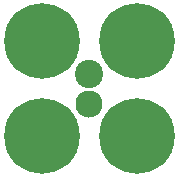
<source format=gts>
G04 #@! TF.FileFunction,Soldermask,Top*
%FSLAX46Y46*%
G04 Gerber Fmt 4.6, Leading zero omitted, Abs format (unit mm)*
G04 Created by KiCad (PCBNEW 4.0.1-3.201512221402+6198~38~ubuntu14.04.1-stable) date Tue 01 Mar 2016 01:24:43 PM PST*
%MOMM*%
G01*
G04 APERTURE LIST*
%ADD10C,0.100000*%
%ADD11C,2.400000*%
%ADD12C,2.300000*%
%ADD13C,6.400000*%
G04 APERTURE END LIST*
D10*
D11*
X131500000Y-88230000D03*
D12*
X131500000Y-90770000D03*
D13*
X127500000Y-93500000D03*
X127500000Y-85500000D03*
X135500000Y-85500000D03*
X135500000Y-93500000D03*
M02*

</source>
